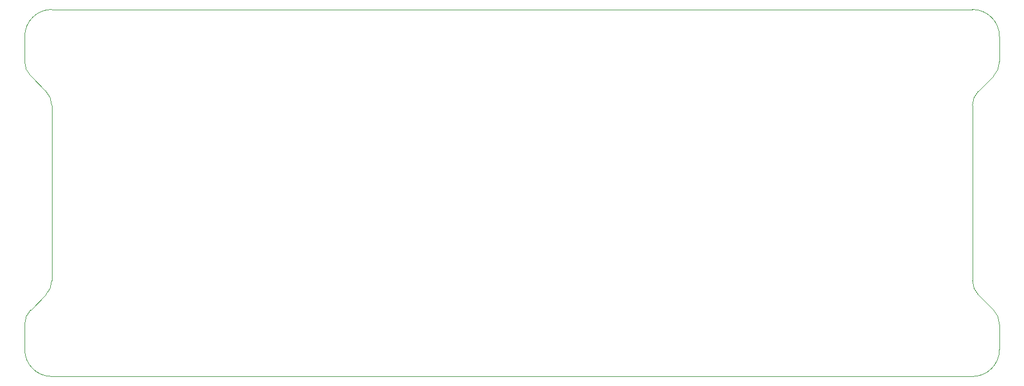
<source format=gbr>
%TF.GenerationSoftware,KiCad,Pcbnew,7.0.6*%
%TF.CreationDate,2023-08-31T22:42:44+02:00*%
%TF.ProjectId,BMS V1.0,424d5320-5631-42e3-902e-6b696361645f,rev?*%
%TF.SameCoordinates,Original*%
%TF.FileFunction,Profile,NP*%
%FSLAX46Y46*%
G04 Gerber Fmt 4.6, Leading zero omitted, Abs format (unit mm)*
G04 Created by KiCad (PCBNEW 7.0.6) date 2023-08-31 22:42:44*
%MOMM*%
%LPD*%
G01*
G04 APERTURE LIST*
%TA.AperFunction,Profile*%
%ADD10C,0.100000*%
%TD*%
G04 APERTURE END LIST*
D10*
X207621320Y-73378680D02*
X205378679Y-75621321D01*
X208500000Y-67500000D02*
X208500000Y-71257359D01*
X204500029Y-103757359D02*
G75*
G03*
X205378679Y-105878679I2999971J-41D01*
G01*
X68000000Y-103757359D02*
X68000000Y-77742641D01*
X204500000Y-118000000D02*
X68000000Y-118000000D01*
X64878680Y-73378680D02*
X67121321Y-75621321D01*
X68000000Y-63500000D02*
X204500000Y-63500000D01*
X67121300Y-105878658D02*
G75*
G03*
X68000000Y-103757359I-2121100J2121258D01*
G01*
X207621299Y-73378659D02*
G75*
G03*
X208500000Y-71257359I-2121099J2121259D01*
G01*
X64000000Y-114000000D02*
X64000000Y-110242641D01*
X64000029Y-71257359D02*
G75*
G03*
X64878680Y-73378680I2999971J-41D01*
G01*
X208500000Y-67500000D02*
G75*
G03*
X204500000Y-63500000I-4000000J0D01*
G01*
X205378700Y-75621342D02*
G75*
G03*
X204500000Y-77742641I2121100J-2121258D01*
G01*
X67999971Y-77742641D02*
G75*
G03*
X67121321Y-75621321I-2999971J41D01*
G01*
X208500000Y-110242641D02*
X208500000Y-114000000D01*
X64000000Y-114000000D02*
G75*
G03*
X68000000Y-118000000I4000000J0D01*
G01*
X208499971Y-110242641D02*
G75*
G03*
X207621320Y-108121320I-2999971J41D01*
G01*
X204500000Y-118000000D02*
G75*
G03*
X208500000Y-114000000I0J4000000D01*
G01*
X204500000Y-103757359D02*
X204500000Y-77742641D01*
X64878680Y-108121320D02*
X67121321Y-105878679D01*
X64000000Y-67500000D02*
X64000000Y-71257359D01*
X64878701Y-108121341D02*
G75*
G03*
X64000000Y-110242641I2121099J-2121259D01*
G01*
X207621320Y-108121320D02*
X205378679Y-105878679D01*
X68000000Y-63500000D02*
G75*
G03*
X64000000Y-67500000I0J-4000000D01*
G01*
M02*

</source>
